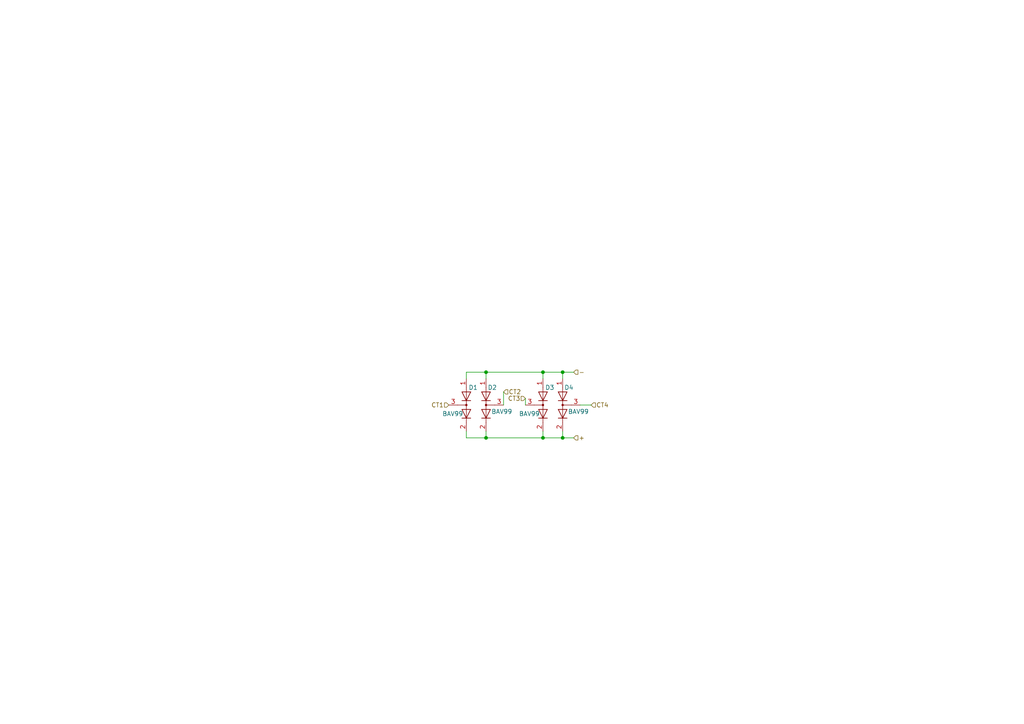
<source format=kicad_sch>
(kicad_sch (version 20230121) (generator eeschema)

  (uuid 1895faed-13c7-4877-930c-ef39a1d7419c)

  (paper "A4")

  (lib_symbols
    (symbol "Diode:BAV99" (pin_names hide) (in_bom yes) (on_board yes)
      (property "Reference" "D" (at 0 5.08 0)
        (effects (font (size 1.27 1.27)))
      )
      (property "Value" "BAV99" (at 0 2.54 0)
        (effects (font (size 1.27 1.27)))
      )
      (property "Footprint" "Package_TO_SOT_SMD:SOT-23" (at 0 -12.7 0)
        (effects (font (size 1.27 1.27)) hide)
      )
      (property "Datasheet" "https://assets.nexperia.com/documents/data-sheet/BAV99_SER.pdf" (at 0 0 0)
        (effects (font (size 1.27 1.27)) hide)
      )
      (property "ki_keywords" "diode" (at 0 0 0)
        (effects (font (size 1.27 1.27)) hide)
      )
      (property "ki_description" "BAV99 High-speed switching diodes, SOT-23" (at 0 0 0)
        (effects (font (size 1.27 1.27)) hide)
      )
      (property "ki_fp_filters" "SOT?23*" (at 0 0 0)
        (effects (font (size 1.27 1.27)) hide)
      )
      (symbol "BAV99_0_1"
        (polyline
          (pts
            (xy -5.08 0)
            (xy 5.08 0)
          )
          (stroke (width 0) (type default))
          (fill (type none))
        )
      )
      (symbol "BAV99_1_1"
        (polyline
          (pts
            (xy 0 0)
            (xy 0 -2.54)
          )
          (stroke (width 0) (type default))
          (fill (type none))
        )
        (polyline
          (pts
            (xy -1.27 -1.27)
            (xy -1.27 1.27)
            (xy -1.27 1.27)
          )
          (stroke (width 0.2032) (type default))
          (fill (type none))
        )
        (polyline
          (pts
            (xy 3.81 1.27)
            (xy 3.81 -1.27)
            (xy 3.81 -1.27)
          )
          (stroke (width 0.2032) (type default))
          (fill (type none))
        )
        (polyline
          (pts
            (xy -3.81 1.27)
            (xy -1.27 0)
            (xy -3.81 -1.27)
            (xy -3.81 1.27)
            (xy -3.81 1.27)
            (xy -3.81 1.27)
          )
          (stroke (width 0.2032) (type default))
          (fill (type none))
        )
        (polyline
          (pts
            (xy 1.27 1.27)
            (xy 3.81 0)
            (xy 1.27 -1.27)
            (xy 1.27 1.27)
            (xy 1.27 1.27)
            (xy 1.27 1.27)
          )
          (stroke (width 0.2032) (type default))
          (fill (type none))
        )
        (circle (center 0 0) (radius 0.254)
          (stroke (width 0) (type default))
          (fill (type outline))
        )
        (pin passive line (at -7.62 0 0) (length 2.54)
          (name "K" (effects (font (size 1.27 1.27))))
          (number "1" (effects (font (size 1.27 1.27))))
        )
        (pin passive line (at 7.62 0 180) (length 2.54)
          (name "A" (effects (font (size 1.27 1.27))))
          (number "2" (effects (font (size 1.27 1.27))))
        )
        (pin passive line (at 0 -5.08 90) (length 2.54)
          (name "K" (effects (font (size 1.27 1.27))))
          (number "3" (effects (font (size 1.27 1.27))))
        )
      )
    )
  )

  (junction (at 157.48 127) (diameter 0) (color 0 0 0 0)
    (uuid 136a4091-90d5-42d7-a0c4-2ce2e10d0234)
  )
  (junction (at 163.195 127) (diameter 0) (color 0 0 0 0)
    (uuid 40430319-3749-4710-b0f1-54ebeb93598b)
  )
  (junction (at 157.48 107.95) (diameter 0) (color 0 0 0 0)
    (uuid 5f3fcfc4-5abc-48d6-a5cc-f9b3771b8d79)
  )
  (junction (at 163.195 107.95) (diameter 0) (color 0 0 0 0)
    (uuid 881325af-84f7-46c9-af9c-6f471b8d7593)
  )
  (junction (at 140.97 107.95) (diameter 0) (color 0 0 0 0)
    (uuid c13e321a-c564-4223-869a-0b51c77cb63a)
  )
  (junction (at 140.97 127) (diameter 0) (color 0 0 0 0)
    (uuid ff6b45bf-4adc-47dc-9613-0c828e8b27b3)
  )

  (wire (pts (xy 168.275 117.475) (xy 171.45 117.475))
    (stroke (width 0) (type default))
    (uuid 099bedd2-07f8-4f11-836c-e6c75db03e73)
  )
  (wire (pts (xy 157.48 109.855) (xy 157.48 107.95))
    (stroke (width 0) (type default))
    (uuid 151eddd0-30f8-4a13-b34e-730f99db3ced)
  )
  (wire (pts (xy 135.255 107.95) (xy 140.97 107.95))
    (stroke (width 0) (type default))
    (uuid 20c51848-2c7d-4d11-bca1-235d6c41ed16)
  )
  (wire (pts (xy 163.195 127) (xy 163.195 125.095))
    (stroke (width 0) (type default))
    (uuid 3367872d-b8d8-4081-8ee1-ca965220adc4)
  )
  (wire (pts (xy 135.255 109.855) (xy 135.255 107.95))
    (stroke (width 0) (type default))
    (uuid 36c73670-6160-4517-a3a7-1827775fe545)
  )
  (wire (pts (xy 140.97 127) (xy 157.48 127))
    (stroke (width 0) (type default))
    (uuid 73cf17f3-4e08-4702-8a54-c7bc5eb835a7)
  )
  (wire (pts (xy 140.97 107.95) (xy 157.48 107.95))
    (stroke (width 0) (type default))
    (uuid 764df0a7-5fe9-4f77-8039-49bd876b2061)
  )
  (wire (pts (xy 135.255 127) (xy 140.97 127))
    (stroke (width 0) (type default))
    (uuid 7f3c3731-5cb1-41fe-bfab-2b616ac79fde)
  )
  (wire (pts (xy 157.48 107.95) (xy 163.195 107.95))
    (stroke (width 0) (type default))
    (uuid 81dcf26c-8f4e-4a9f-a017-b81e1a0d01d2)
  )
  (wire (pts (xy 163.195 107.95) (xy 166.37 107.95))
    (stroke (width 0) (type default))
    (uuid 8635beba-d365-4a2b-acb9-352cd158f378)
  )
  (wire (pts (xy 152.4 115.57) (xy 152.4 117.475))
    (stroke (width 0) (type default))
    (uuid 88cc5a34-84e8-427b-bd24-9c0d014801d5)
  )
  (wire (pts (xy 163.195 127) (xy 166.37 127))
    (stroke (width 0) (type default))
    (uuid 986919b9-ce6e-4ed7-a238-655f507c6d2b)
  )
  (wire (pts (xy 157.48 125.095) (xy 157.48 127))
    (stroke (width 0) (type default))
    (uuid b85e360c-49ea-48f3-bd7f-7913fe97f147)
  )
  (wire (pts (xy 140.97 107.95) (xy 140.97 109.855))
    (stroke (width 0) (type default))
    (uuid b959c660-f94d-40b6-bb9e-9b15ccc1368d)
  )
  (wire (pts (xy 146.05 113.665) (xy 146.05 117.475))
    (stroke (width 0) (type default))
    (uuid c34351f2-0d65-470c-97b7-e360c7f4fb09)
  )
  (wire (pts (xy 157.48 127) (xy 163.195 127))
    (stroke (width 0) (type default))
    (uuid cb05c894-a14f-4073-8854-91a283f9d30b)
  )
  (wire (pts (xy 163.195 107.95) (xy 163.195 109.855))
    (stroke (width 0) (type default))
    (uuid d01653eb-605e-47fb-a6f1-8d0c047a657c)
  )
  (wire (pts (xy 135.255 125.095) (xy 135.255 127))
    (stroke (width 0) (type default))
    (uuid d15a66bc-01d0-4b00-8905-4677c98df451)
  )
  (wire (pts (xy 140.97 127) (xy 140.97 125.095))
    (stroke (width 0) (type default))
    (uuid d2928dd2-e9c1-44b8-8d9f-cb0b3bb6f1ed)
  )

  (hierarchical_label "+" (shape input) (at 166.37 127 0) (fields_autoplaced)
    (effects (font (size 1.27 1.27)) (justify left))
    (uuid 13b82ad1-5d4c-4488-9c2e-67129a96ae86)
  )
  (hierarchical_label "CT2" (shape input) (at 146.05 113.665 0) (fields_autoplaced)
    (effects (font (size 1.27 1.27)) (justify left))
    (uuid 2bb652f2-a06a-41eb-8b43-9d88bc31205a)
  )
  (hierarchical_label "CT4" (shape input) (at 171.45 117.475 0) (fields_autoplaced)
    (effects (font (size 1.27 1.27)) (justify left))
    (uuid 9dab1337-1de3-4c4c-b2e4-8f7e96ccb04f)
  )
  (hierarchical_label "-" (shape input) (at 166.37 107.95 0) (fields_autoplaced)
    (effects (font (size 1.27 1.27)) (justify left))
    (uuid d506fb3c-0275-4227-b4c0-cbeb0097d782)
  )
  (hierarchical_label "CT1" (shape input) (at 130.175 117.475 180) (fields_autoplaced)
    (effects (font (size 1.27 1.27)) (justify right))
    (uuid e3c8a9ea-ccd2-4877-88ac-82ee218ea0dd)
  )
  (hierarchical_label "CT3" (shape input) (at 152.4 115.57 180) (fields_autoplaced)
    (effects (font (size 1.27 1.27)) (justify right))
    (uuid ebf78446-9dcb-4389-8896-06b224a16f2d)
  )

  (symbol (lib_id "Diode:BAV99") (at 135.255 117.475 270) (unit 1)
    (in_bom yes) (on_board yes) (dnp no)
    (uuid 0f80cd01-f223-4c70-861f-2840449cf179)
    (property "Reference" "D1" (at 135.89 112.395 90)
      (effects (font (size 1.27 1.27)) (justify left))
    )
    (property "Value" "BAV99" (at 128.27 120.015 90)
      (effects (font (size 1.27 1.27)) (justify left))
    )
    (property "Footprint" "Package_TO_SOT_SMD:SOT-23" (at 122.555 117.475 0)
      (effects (font (size 1.27 1.27)) hide)
    )
    (property "Datasheet" "https://assets.nexperia.com/documents/data-sheet/BAV99_SER.pdf" (at 135.255 117.475 0)
      (effects (font (size 1.27 1.27)) hide)
    )
    (pin "1" (uuid 027103ba-b8bf-4bca-b5df-6dcacc798299))
    (pin "2" (uuid a9f09ae1-5260-4763-8afc-628522aa4e16))
    (pin "3" (uuid f537fb5f-015d-4805-a6d0-97ae5d28e9f6))
    (instances
      (project "board"
        (path "/57732dd3-1162-4c3f-88bd-31bf473d124d/767ce4c6-0e55-4543-92f0-34cb8237a544"
          (reference "D1") (unit 1)
        )
      )
    )
  )

  (symbol (lib_id "Diode:BAV99") (at 163.195 117.475 90) (mirror x) (unit 1)
    (in_bom yes) (on_board yes) (dnp no)
    (uuid 2fceed7e-4141-4208-b7da-ba6f2e65612e)
    (property "Reference" "D4" (at 166.37 112.395 90)
      (effects (font (size 1.27 1.27)) (justify left))
    )
    (property "Value" "BAV99" (at 170.815 119.38 90)
      (effects (font (size 1.27 1.27)) (justify left))
    )
    (property "Footprint" "Package_TO_SOT_SMD:SOT-23" (at 175.895 117.475 0)
      (effects (font (size 1.27 1.27)) hide)
    )
    (property "Datasheet" "https://assets.nexperia.com/documents/data-sheet/BAV99_SER.pdf" (at 163.195 117.475 0)
      (effects (font (size 1.27 1.27)) hide)
    )
    (pin "1" (uuid 1a1bc4df-d5d1-4588-9d2a-8728edbae4a8))
    (pin "2" (uuid a778d859-021a-4ba3-80b5-ab36099fbe1b))
    (pin "3" (uuid 3af23204-7d4b-494e-9671-63b77fc6ada7))
    (instances
      (project "board"
        (path "/57732dd3-1162-4c3f-88bd-31bf473d124d/767ce4c6-0e55-4543-92f0-34cb8237a544"
          (reference "D4") (unit 1)
        )
      )
    )
  )

  (symbol (lib_id "Diode:BAV99") (at 140.97 117.475 90) (mirror x) (unit 1)
    (in_bom yes) (on_board yes) (dnp no)
    (uuid 52ca500f-28cc-480c-865f-c7f65adc0be8)
    (property "Reference" "D2" (at 144.145 112.395 90)
      (effects (font (size 1.27 1.27)) (justify left))
    )
    (property "Value" "BAV99" (at 148.59 119.38 90)
      (effects (font (size 1.27 1.27)) (justify left))
    )
    (property "Footprint" "Package_TO_SOT_SMD:SOT-23" (at 153.67 117.475 0)
      (effects (font (size 1.27 1.27)) hide)
    )
    (property "Datasheet" "https://assets.nexperia.com/documents/data-sheet/BAV99_SER.pdf" (at 140.97 117.475 0)
      (effects (font (size 1.27 1.27)) hide)
    )
    (pin "1" (uuid 4a3636b3-d462-442f-b2b2-649fa381a299))
    (pin "2" (uuid aa165c13-d822-454b-815f-addb6841c6e1))
    (pin "3" (uuid 5a732740-4920-4ebf-babe-327c4819f6b5))
    (instances
      (project "board"
        (path "/57732dd3-1162-4c3f-88bd-31bf473d124d/767ce4c6-0e55-4543-92f0-34cb8237a544"
          (reference "D2") (unit 1)
        )
      )
    )
  )

  (symbol (lib_id "Diode:BAV99") (at 157.48 117.475 270) (unit 1)
    (in_bom yes) (on_board yes) (dnp no)
    (uuid 6438c054-c787-4bd3-a93b-336c1f69863d)
    (property "Reference" "D3" (at 158.115 112.395 90)
      (effects (font (size 1.27 1.27)) (justify left))
    )
    (property "Value" "BAV99" (at 150.495 120.015 90)
      (effects (font (size 1.27 1.27)) (justify left))
    )
    (property "Footprint" "Package_TO_SOT_SMD:SOT-23" (at 144.78 117.475 0)
      (effects (font (size 1.27 1.27)) hide)
    )
    (property "Datasheet" "https://assets.nexperia.com/documents/data-sheet/BAV99_SER.pdf" (at 157.48 117.475 0)
      (effects (font (size 1.27 1.27)) hide)
    )
    (pin "1" (uuid e9f0b02e-c9eb-4f32-9fe5-22df0d9ec84c))
    (pin "2" (uuid e32ea4d2-2a6d-4141-93f0-9cd4a77c84cc))
    (pin "3" (uuid cb78383b-9977-430f-8e80-b7f71f75ea0c))
    (instances
      (project "board"
        (path "/57732dd3-1162-4c3f-88bd-31bf473d124d/767ce4c6-0e55-4543-92f0-34cb8237a544"
          (reference "D3") (unit 1)
        )
      )
    )
  )
)

</source>
